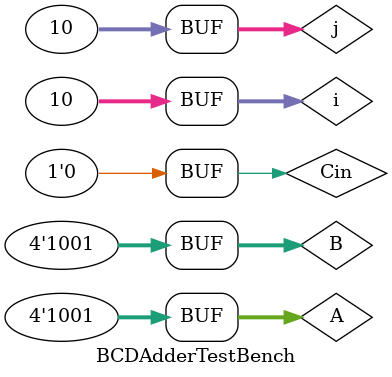
<source format=v>
`timescale 1ns / 1ps


module BCDAdderTestBench();
    reg[3:0]A,B;
    reg Cin;
    wire [3:0]Sum;
    wire Cout;
    wire [6:0] led;
    integer i,j;
    
     BCDAdder B11(A,B,Cin,Sum,Cout,led);
    initial
    
    begin
        A = 0;
        B = 0;
        Cin=1'b0;
//        A=4'b0000;B=4'b0000;
//        #10 A=4'b0000;B=4'b0000;
//        #10 A=4'b0001;B=4'b0101;
//        #10 A=4'b1000;B=4'b1000;
            for(i=0;i<10;i=i+1) begin
            for(j=0;j<10;j=j+1) begin
            A = i;
            B = j;
            #10;
            end end
     end
//initial # $finish;


endmodule

</source>
